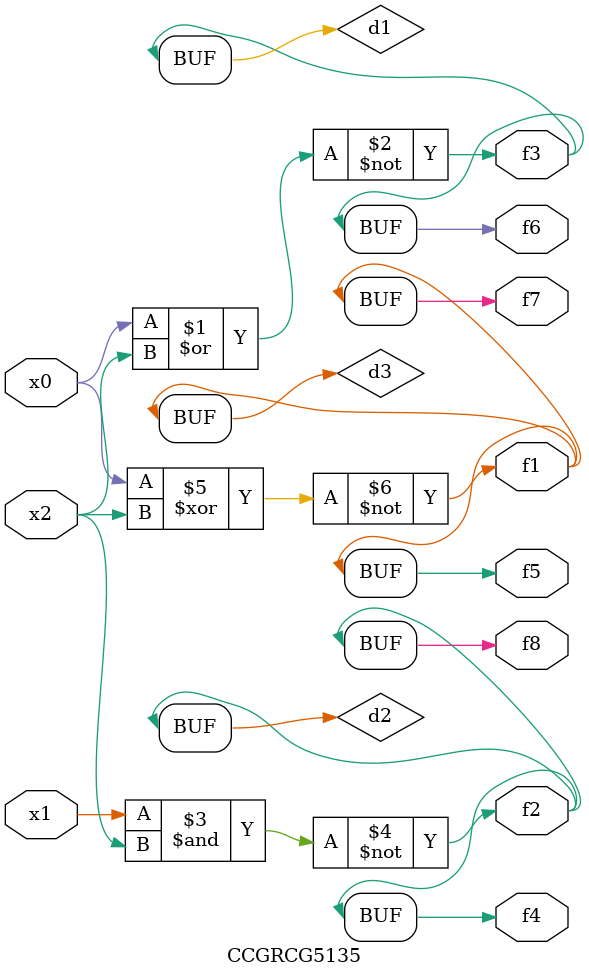
<source format=v>
module CCGRCG5135(
	input x0, x1, x2,
	output f1, f2, f3, f4, f5, f6, f7, f8
);

	wire d1, d2, d3;

	nor (d1, x0, x2);
	nand (d2, x1, x2);
	xnor (d3, x0, x2);
	assign f1 = d3;
	assign f2 = d2;
	assign f3 = d1;
	assign f4 = d2;
	assign f5 = d3;
	assign f6 = d1;
	assign f7 = d3;
	assign f8 = d2;
endmodule

</source>
